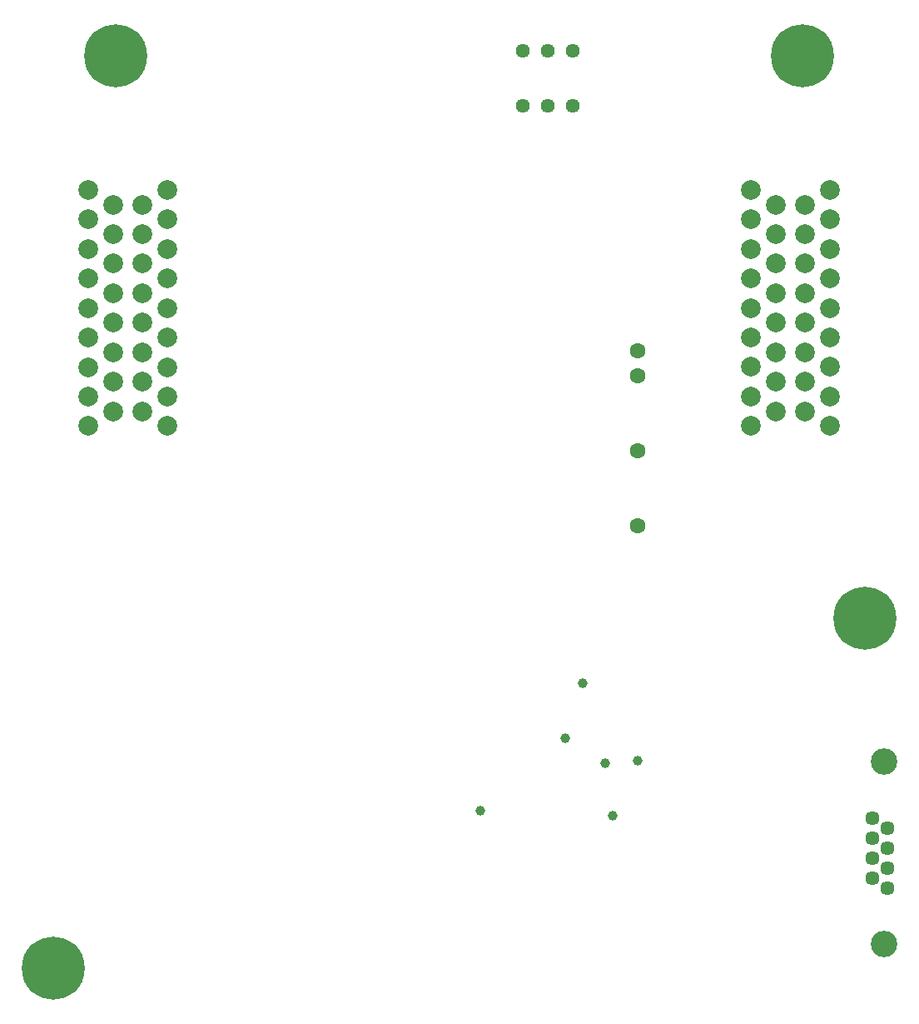
<source format=gbr>
%TF.GenerationSoftware,KiCad,Pcbnew,9.0.7*%
%TF.CreationDate,2026-02-09T19:02:23-08:00*%
%TF.ProjectId,VCU,5643552e-6b69-4636-9164-5f7063625858,1.5*%
%TF.SameCoordinates,Original*%
%TF.FileFunction,Soldermask,Bot*%
%TF.FilePolarity,Negative*%
%FSLAX46Y46*%
G04 Gerber Fmt 4.6, Leading zero omitted, Abs format (unit mm)*
G04 Created by KiCad (PCBNEW 9.0.7) date 2026-02-09 19:02:23*
%MOMM*%
%LPD*%
G01*
G04 APERTURE LIST*
%ADD10C,1.600200*%
%ADD11C,6.400000*%
%ADD12C,2.000000*%
%ADD13C,1.440000*%
%ADD14C,1.447800*%
%ADD15C,2.692400*%
%ADD16C,1.000000*%
G04 APERTURE END LIST*
D10*
%TO.C,K3*%
X255395099Y-102918001D03*
X255395099Y-105458001D03*
X255395099Y-113078001D03*
X255395099Y-120698001D03*
%TD*%
D11*
%TO.C,H1*%
X202309099Y-72946001D03*
%TD*%
%TO.C,H3*%
X278509099Y-130096001D03*
%TD*%
%TO.C,H2*%
X195958626Y-165656001D03*
%TD*%
D12*
%TO.C,J3*%
X207532880Y-86575640D03*
X207532880Y-89575640D03*
X207532880Y-92575640D03*
X207532880Y-95575640D03*
X207532880Y-98575640D03*
X207532880Y-101575640D03*
X207532880Y-104575640D03*
X207532880Y-107575640D03*
X207532880Y-110575640D03*
X205032880Y-88075640D03*
X205032880Y-91075640D03*
X205032880Y-94075640D03*
X205032880Y-97075640D03*
X205032880Y-100075640D03*
X205032880Y-103075640D03*
X205032880Y-106075640D03*
X205032880Y-109075640D03*
X202032880Y-88075640D03*
X202032880Y-91075640D03*
X202032880Y-94075640D03*
X202032880Y-97075640D03*
X202032880Y-100075640D03*
X202032880Y-103075640D03*
X202032880Y-106075640D03*
X202032880Y-109075640D03*
X199532880Y-86575640D03*
X199532880Y-89575640D03*
X199532880Y-92575640D03*
X199532880Y-95575640D03*
X199532880Y-98575640D03*
X199532880Y-101575640D03*
X199532880Y-104575640D03*
X199532880Y-107575640D03*
X199532880Y-110575640D03*
%TD*%
D13*
%TO.C,RV2*%
X243711099Y-78026001D03*
X246251099Y-78026001D03*
X248791099Y-78026001D03*
%TD*%
D12*
%TO.C,J1*%
X266934820Y-110574600D03*
X266934820Y-107574600D03*
X266934820Y-104574600D03*
X266934820Y-101574600D03*
X266934820Y-98574600D03*
X266934820Y-95574600D03*
X266934820Y-92574600D03*
X266934820Y-89574600D03*
X266934820Y-86574600D03*
X269434820Y-109074600D03*
X269434820Y-106074600D03*
X269434820Y-103074600D03*
X269434820Y-100074600D03*
X269434820Y-97074600D03*
X269434820Y-94074600D03*
X269434820Y-91074600D03*
X269434820Y-88074600D03*
X272434820Y-109074600D03*
X272434820Y-106074600D03*
X272434820Y-103074600D03*
X272434820Y-100074600D03*
X272434820Y-97074600D03*
X272434820Y-94074600D03*
X272434820Y-91074600D03*
X272434820Y-88074600D03*
X274934820Y-110574600D03*
X274934820Y-107574600D03*
X274934820Y-104574600D03*
X274934820Y-101574600D03*
X274934820Y-98574600D03*
X274934820Y-95574600D03*
X274934820Y-92574600D03*
X274934820Y-89574600D03*
X274934820Y-86574600D03*
%TD*%
D11*
%TO.C,H4*%
X272159099Y-72946001D03*
%TD*%
D13*
%TO.C,RV1*%
X243711099Y-72443001D03*
X246251099Y-72443001D03*
X248791099Y-72443001D03*
%TD*%
D14*
%TO.C,J2*%
X280769700Y-151432000D03*
X279245700Y-150416000D03*
X279245700Y-152448000D03*
X279245700Y-154480000D03*
X280769700Y-153464000D03*
X280769700Y-155496000D03*
X280769700Y-157528000D03*
X279245700Y-156512000D03*
D15*
X280414100Y-163243000D03*
X280414100Y-144701000D03*
%TD*%
D16*
%TO.C,TP12*%
X252855099Y-150162001D03*
%TD*%
%TO.C,TP11*%
X252093099Y-144828001D03*
%TD*%
%TO.C,TP14*%
X248029099Y-142288001D03*
%TD*%
%TO.C,TP13*%
X255395099Y-144574001D03*
%TD*%
%TO.C,TP16*%
X249807099Y-136700001D03*
%TD*%
%TO.C,TP15*%
X239393099Y-149654001D03*
%TD*%
M02*

</source>
